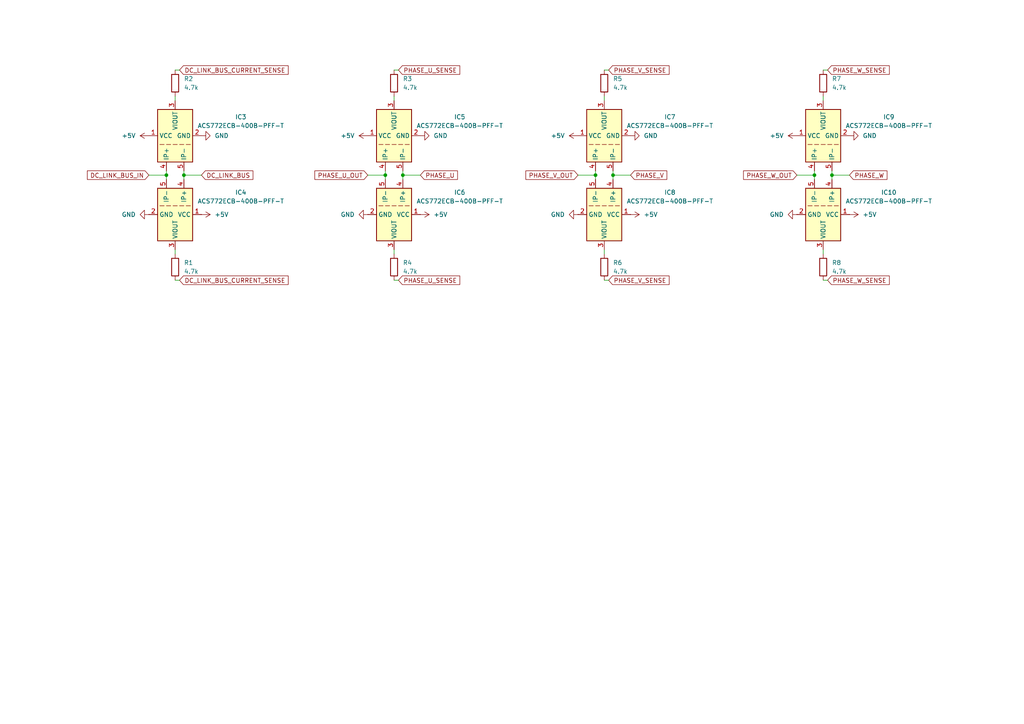
<source format=kicad_sch>
(kicad_sch (version 20250114) (generator "eeschema") (generator_version "9.0")
  (paper "A4")
  (lib_symbols
    (symbol "Device:R" (pin_numbers (hide yes)) (pin_names (offset 0))
      (property "Reference" "R" (at 2.032 0 90))
      (property "Value" "R" (at 0 0 90))
      (symbol "R_0_1"
        (rectangle (start -1.016 -2.54) (end 1.016 2.54) (stroke (width 0.254)))
      )
      (symbol "R_1_1"
        (pin passive line (at 0 3.81 270) (length 1.27) (name "~") (number "1"))
        (pin passive line (at 0 -3.81 90) (length 1.27) (name "~") (number "2"))
      )
    )
    (symbol "InverterCom:ACS772ECB-400B-PFF-T"
      (property "Reference" "IC" (at 2.286 11.938 0))
      (property "Value" "ACS772ECB-400B-PFF-T" (at 2.286 9.398 0))
      (symbol "ACS772ECB-400B-PFF-T_0_1"
        (rectangle (start -7.62 5.08) (end 7.62 -5.08) (stroke (width 0.254)) (fill (type background)))
        (polyline (pts (xy -2.54 3.175) (xy -2.54 4.445)))
        (polyline (pts (xy -2.54 1.27) (xy -2.54 2.54)))
        (polyline (pts (xy -2.54 0.635) (xy -2.54 -0.635)))
        (polyline (pts (xy -2.54 -1.27) (xy -2.54 -2.54)))
        (polyline (pts (xy -2.54 -3.175) (xy -2.54 -4.445)))
      )
      (symbol "ACS772ECB-400B-PFF-T_1_1"
        (pin passive line (at -10.16 2.54 0) (length 2.54) (name "IP+") (number "4"))
        (pin passive line (at -10.16 -2.54 0) (length 2.54) (name "IP-") (number "5"))
        (pin power_in line (at 0 7.62 270) (length 2.54) (name "VCC") (number "1"))
        (pin power_in line (at 0 -7.62 90) (length 2.54) (name "GND") (number "2"))
        (pin output line (at 10.16 0 180) (length 2.54) (name "VIOUT") (number "3"))
      )
    )
    (symbol "power:+5V" (power) (pin_numbers (hide yes)) (pin_names (offset 0) (hide yes))
      (property "Value" "+5V" (at 0 3.556 0))
      (symbol "+5V_0_1"
        (polyline (pts (xy -0.762 1.27) (xy 0 2.54)))
        (polyline (pts (xy 0 2.54) (xy 0.762 1.27)))
        (polyline (pts (xy 0 0) (xy 0 2.54)))
      )
      (symbol "+5V_1_1"
        (pin power_in line (at 0 0 90) (length 0) (name "~") (number "1"))
      )
    )
    (symbol "power:GND" (power) (pin_numbers (hide yes)) (pin_names (offset 0) (hide yes))
      (property "Value" "GND" (at 0 -3.81 0))
      (symbol "GND_0_1"
        (polyline (pts (xy 0 0) (xy 0 -1.27) (xy 1.27 -1.27) (xy 0 -2.54) (xy -1.27 -1.27) (xy 0 -1.27)))
      )
      (symbol "GND_1_1"
        (pin power_in line (at 0 0 270) (length 0) (name "~") (number "1"))
      )
    )
  )
  (junction (at 172.72 50.8))
  (junction (at 53.34 50.8))
  (junction (at 48.26 50.8))
  (junction (at 236.22 50.8))
  (junction (at 177.8 50.8))
  (junction (at 111.76 50.8))
  (junction (at 116.84 50.8))
  (junction (at 241.3 50.8))
  (wire (pts (xy 238.76 20.32) (xy 240.03 20.32)))
  (wire (pts (xy 236.22 49.53) (xy 236.22 50.8)))
  (wire (pts (xy 116.84 50.8) (xy 121.92 50.8)))
  (wire (pts (xy 50.8 81.28) (xy 52.07 81.28)))
  (wire (pts (xy 111.76 50.8) (xy 111.76 52.07)))
  (wire (pts (xy 177.8 50.8) (xy 182.88 50.8)))
  (wire (pts (xy 177.8 49.53) (xy 177.8 50.8)))
  (wire (pts (xy 43.18 50.8) (xy 48.26 50.8)))
  (wire (pts (xy 114.3 20.32) (xy 115.57 20.32)))
  (wire (pts (xy 106.68 50.8) (xy 111.76 50.8)))
  (wire (pts (xy 241.3 50.8) (xy 246.38 50.8)))
  (wire (pts (xy 172.72 49.53) (xy 172.72 50.8)))
  (wire (pts (xy 175.26 27.94) (xy 175.26 29.21)))
  (wire (pts (xy 114.3 72.39) (xy 114.3 73.66)))
  (wire (pts (xy 53.34 50.8) (xy 53.34 52.07)))
  (wire (pts (xy 241.3 50.8) (xy 241.3 52.07)))
  (wire (pts (xy 116.84 50.8) (xy 116.84 52.07)))
  (wire (pts (xy 111.76 49.53) (xy 111.76 50.8)))
  (wire (pts (xy 175.26 20.32) (xy 176.53 20.32)))
  (wire (pts (xy 177.8 50.8) (xy 177.8 52.07)))
  (wire (pts (xy 238.76 72.39) (xy 238.76 73.66)))
  (wire (pts (xy 238.76 81.28) (xy 240.03 81.28)))
  (wire (pts (xy 53.34 50.8) (xy 58.42 50.8)))
  (wire (pts (xy 172.72 50.8) (xy 172.72 52.07)))
  (wire (pts (xy 241.3 49.53) (xy 241.3 50.8)))
  (wire (pts (xy 167.64 50.8) (xy 172.72 50.8)))
  (wire (pts (xy 116.84 49.53) (xy 116.84 50.8)))
  (wire (pts (xy 50.8 27.94) (xy 50.8 29.21)))
  (wire (pts (xy 50.8 72.39) (xy 50.8 73.66)))
  (wire (pts (xy 231.14 50.8) (xy 236.22 50.8)))
  (wire (pts (xy 236.22 50.8) (xy 236.22 52.07)))
  (wire (pts (xy 114.3 27.94) (xy 114.3 29.21)))
  (wire (pts (xy 114.3 81.28) (xy 115.57 81.28)))
  (wire (pts (xy 48.26 49.53) (xy 48.26 50.8)))
  (wire (pts (xy 53.34 49.53) (xy 53.34 50.8)))
  (wire (pts (xy 238.76 27.94) (xy 238.76 29.21)))
  (wire (pts (xy 175.26 81.28) (xy 176.53 81.28)))
  (wire (pts (xy 50.8 20.32) (xy 52.07 20.32)))
  (wire (pts (xy 175.26 72.39) (xy 175.26 73.66)))
  (wire (pts (xy 48.26 50.8) (xy 48.26 52.07)))
  (global_label "PHASE_V_OUT" (shape input) (at 167.64 50.8 180) (property "Intersheetrefs" "${INTERSHEET_REFS}" (effects (hide yes))))
  (global_label "PHASE_U_SENSE" (shape input) (at 115.57 81.28 0) (property "Intersheetrefs" "${INTERSHEET_REFS}" (effects (hide yes))))
  (global_label "PHASE_V_SENSE" (shape input) (at 176.53 81.28 0) (property "Intersheetrefs" "${INTERSHEET_REFS}" (effects (hide yes))))
  (global_label "PHASE_U_OUT" (shape input) (at 106.68 50.8 180) (property "Intersheetrefs" "${INTERSHEET_REFS}" (effects (hide yes))))
  (global_label "PHASE_W_OUT" (shape input) (at 231.14 50.8 180) (property "Intersheetrefs" "${INTERSHEET_REFS}" (effects (hide yes))))
  (global_label "DC_LINK_BUS" (shape input) (at 58.42 50.8 0) (property "Intersheetrefs" "${INTERSHEET_REFS}" (effects (hide yes))))
  (global_label "DC_LINK_BUS_CURRENT_SENSE" (shape input) (at 52.07 20.32 0) (property "Intersheetrefs" "${INTERSHEET_REFS}" (effects (hide yes))))
  (global_label "DC_LINK_BUS_CURRENT_SENSE" (shape input) (at 52.07 81.28 0) (property "Intersheetrefs" "${INTERSHEET_REFS}" (effects (hide yes))))
  (global_label "PHASE_U" (shape input) (at 121.92 50.8 0) (property "Intersheetrefs" "${INTERSHEET_REFS}" (effects (hide yes))))
  (global_label "PHASE_V" (shape input) (at 182.88 50.8 0) (property "Intersheetrefs" "${INTERSHEET_REFS}" (effects (hide yes))))
  (global_label "PHASE_W" (shape input) (at 246.38 50.8 0) (property "Intersheetrefs" "${INTERSHEET_REFS}" (effects (hide yes))))
  (global_label "PHASE_U_SENSE" (shape input) (at 115.57 20.32 0) (property "Intersheetrefs" "${INTERSHEET_REFS}" (effects (hide yes))))
  (global_label "PHASE_W_SENSE" (shape input) (at 240.03 20.32 0) (property "Intersheetrefs" "${INTERSHEET_REFS}" (effects (hide yes))))
  (global_label "PHASE_V_SENSE" (shape input) (at 176.53 20.32 0) (property "Intersheetrefs" "${INTERSHEET_REFS}" (effects (hide yes))))
  (global_label "PHASE_W_SENSE" (shape input) (at 240.03 81.28 0) (property "Intersheetrefs" "${INTERSHEET_REFS}" (effects (hide yes))))
  (global_label "DC_LINK_BUS_IN" (shape input) (at 43.18 50.8 180) (property "Intersheetrefs" "${INTERSHEET_REFS}" (effects (hide yes))))
  (symbol (lib_id "power:+5V") (at 58.42 62.23 270) (unit 1)
    (property "Reference" "#PWR07" (effects (hide yes)))
    (property "Value" "+5V" (at 62.23 62.2299 90) (effects (justify left)))
    (property "Description" "Power symbol creates a global label with name \"+5V\"" (effects (hide yes)))
  )
  (symbol (lib_id "power:GND") (at 246.38 39.37 90) (unit 1)
    (property "Reference" "#PWR019" (effects (hide yes)))
    (property "Value" "GND" (at 250.19 39.3699 90) (effects (justify right)))
    (property "Description" "Power symbol creates a global label with name \"GND\" , ground" (effects (hide yes)))
  )
  (symbol (lib_id "InverterCom:ACS772ECB-400B-PFF-T") (at 238.76 62.23 270) (unit 1)
    (property "Reference" "IC10" (at 257.81 55.8098 90))
    (property "Value" "ACS772ECB-400B-PFF-T" (at 257.81 58.3498 90))
    (property "Footprint" "Sensor_Current:Allegro_CB_PFF" (effects (hide yes)))
    (property "Datasheet" "https://www.mouser.co.uk/datasheet/2/1115/ACS772_Datasheet-3074305.pdf" (effects (hide yes)))
    (property "Description" "200kHz, 1.5% Max Tolerance, 100  Internal Resistance Module-alternative Current Sensor for High Current and High Voltage Applications" (effects (hide yes)))
    (property "Height" "7.1" (effects (hide yes)))
    (property "Mouser Part Number" "250-772ECB400BPFFT" (effects (hide yes)))
    (property "Mouser Price/Stock" "https://www.mouser.co.uk/ProductDetail/Allegro-MicroSystems/ACS772ECB-400B-PFF-T?qs=pUKx8fyJudC33O6UrXBnUA%3D%3D" (effects (hide yes)))
    (property "Manufacturer_Name" "Allegro Microsystems" (effects (hide yes)))
    (property "Manufacturer_Part_Number" "ACS772ECB-400B-PFF-T" (effects (hide yes)))
  )
  (symbol (lib_id "InverterCom:ACS772ECB-400B-PFF-T") (at 50.8 39.37 90) (unit 1)
    (property "Reference" "IC3" (at 69.85 33.9246 90))
    (property "Value" "ACS772ECB-400B-PFF-T" (at 69.85 36.4646 90))
    (property "Footprint" "Sensor_Current:Allegro_CB_PFF" (effects (hide yes)))
    (property "Datasheet" "https://www.mouser.co.uk/datasheet/2/1115/ACS772_Datasheet-3074305.pdf" (effects (hide yes)))
    (property "Description" "200kHz, 1.5% Max Tolerance, 100  Internal Resistance Module-alternative Current Sensor for High Current and High Voltage Applications" (effects (hide yes)))
    (property "Height" "7.1" (effects (hide yes)))
    (property "Mouser Part Number" "250-772ECB400BPFFT" (effects (hide yes)))
    (property "Mouser Price/Stock" "https://www.mouser.co.uk/ProductDetail/Allegro-MicroSystems/ACS772ECB-400B-PFF-T?qs=pUKx8fyJudC33O6UrXBnUA%3D%3D" (effects (hide yes)))
    (property "Manufacturer_Name" "Allegro Microsystems" (effects (hide yes)))
    (property "Manufacturer_Part_Number" "ACS772ECB-400B-PFF-T" (effects (hide yes)))
  )
  (symbol (lib_id "power:+5V") (at 121.92 62.23 270) (unit 1)
    (property "Reference" "#PWR012" (effects (hide yes)))
    (property "Value" "+5V" (at 125.73 62.2299 90) (effects (justify left)))
    (property "Description" "Power symbol creates a global label with name \"+5V\"" (effects (hide yes)))
  )
  (symbol (lib_id "InverterCom:ACS772ECB-400B-PFF-T") (at 175.26 62.23 270) (unit 1)
    (property "Reference" "IC8" (at 194.31 55.8098 90))
    (property "Value" "ACS772ECB-400B-PFF-T" (at 194.31 58.3498 90))
    (property "Footprint" "Sensor_Current:Allegro_CB_PFF" (effects (hide yes)))
    (property "Datasheet" "https://www.mouser.co.uk/datasheet/2/1115/ACS772_Datasheet-3074305.pdf" (effects (hide yes)))
    (property "Description" "200kHz, 1.5% Max Tolerance, 100  Internal Resistance Module-alternative Current Sensor for High Current and High Voltage Applications" (effects (hide yes)))
    (property "Height" "7.1" (effects (hide yes)))
    (property "Mouser Part Number" "250-772ECB400BPFFT" (effects (hide yes)))
    (property "Mouser Price/Stock" "https://www.mouser.co.uk/ProductDetail/Allegro-MicroSystems/ACS772ECB-400B-PFF-T?qs=pUKx8fyJudC33O6UrXBnUA%3D%3D" (effects (hide yes)))
    (property "Manufacturer_Name" "Allegro Microsystems" (effects (hide yes)))
    (property "Manufacturer_Part_Number" "ACS772ECB-400B-PFF-T" (effects (hide yes)))
  )
  (symbol (lib_id "Device:R") (at 50.8 24.13 180) (unit 1)
    (property "Reference" "R2" (at 53.34 22.8599 0) (effects (justify right)))
    (property "Value" "4.7k" (at 53.34 25.3999 0) (effects (justify right)))
    (property "Footprint" "1210" (effects (hide yes)))
    (property "Description" "Resistor" (effects (hide yes)))
  )
  (symbol (lib_id "Device:R") (at 114.3 24.13 180) (unit 1)
    (property "Reference" "R3" (at 116.84 22.8599 0) (effects (justify right)))
    (property "Value" "4.7k" (at 116.84 25.3999 0) (effects (justify right)))
    (property "Footprint" "1210" (effects (hide yes)))
    (property "Description" "Resistor" (effects (hide yes)))
  )
  (symbol (lib_id "power:GND") (at 43.18 62.23 270) (unit 1)
    (property "Reference" "#PWR05" (effects (hide yes)))
    (property "Value" "GND" (at 39.37 62.2299 90) (effects (justify right)))
    (property "Description" "Power symbol creates a global label with name \"GND\" , ground" (effects (hide yes)))
  )
  (symbol (lib_id "power:+5V") (at 182.88 62.23 270) (unit 1)
    (property "Reference" "#PWR016" (effects (hide yes)))
    (property "Value" "+5V" (at 186.69 62.2299 90) (effects (justify left)))
    (property "Description" "Power symbol creates a global label with name \"+5V\"" (effects (hide yes)))
  )
  (symbol (lib_id "power:GND") (at 106.68 62.23 270) (unit 1)
    (property "Reference" "#PWR010" (effects (hide yes)))
    (property "Value" "GND" (at 102.87 62.2299 90) (effects (justify right)))
    (property "Description" "Power symbol creates a global label with name \"GND\" , ground" (effects (hide yes)))
  )
  (symbol (lib_id "InverterCom:ACS772ECB-400B-PFF-T") (at 238.76 39.37 90) (unit 1)
    (property "Reference" "IC9" (at 257.81 33.9246 90))
    (property "Value" "ACS772ECB-400B-PFF-T" (at 257.81 36.4646 90))
    (property "Footprint" "Sensor_Current:Allegro_CB_PFF" (effects (hide yes)))
    (property "Datasheet" "https://www.mouser.co.uk/datasheet/2/1115/ACS772_Datasheet-3074305.pdf" (effects (hide yes)))
    (property "Description" "200kHz, 1.5% Max Tolerance, 100  Internal Resistance Module-alternative Current Sensor for High Current and High Voltage Applications" (effects (hide yes)))
    (property "Height" "7.1" (effects (hide yes)))
    (property "Mouser Part Number" "250-772ECB400BPFFT" (effects (hide yes)))
    (property "Mouser Price/Stock" "https://www.mouser.co.uk/ProductDetail/Allegro-MicroSystems/ACS772ECB-400B-PFF-T?qs=pUKx8fyJudC33O6UrXBnUA%3D%3D" (effects (hide yes)))
    (property "Manufacturer_Name" "Allegro Microsystems" (effects (hide yes)))
    (property "Manufacturer_Part_Number" "ACS772ECB-400B-PFF-T" (effects (hide yes)))
  )
  (symbol (lib_id "Device:R") (at 175.26 24.13 180) (unit 1)
    (property "Reference" "R5" (at 177.8 22.8599 0) (effects (justify right)))
    (property "Value" "4.7k" (at 177.8 25.3999 0) (effects (justify right)))
    (property "Footprint" "1210" (effects (hide yes)))
    (property "Description" "Resistor" (effects (hide yes)))
  )
  (symbol (lib_id "power:GND") (at 121.92 39.37 90) (unit 1)
    (property "Reference" "#PWR011" (effects (hide yes)))
    (property "Value" "GND" (at 125.73 39.3699 90) (effects (justify right)))
    (property "Description" "Power symbol creates a global label with name \"GND\" , ground" (effects (hide yes)))
  )
  (symbol (lib_id "InverterCom:ACS772ECB-400B-PFF-T") (at 50.8 62.23 270) (unit 1)
    (property "Reference" "IC4" (at 69.85 55.8098 90))
    (property "Value" "ACS772ECB-400B-PFF-T" (at 69.85 58.3498 90))
    (property "Footprint" "Sensor_Current:Allegro_CB_PFF" (effects (hide yes)))
    (property "Datasheet" "https://www.mouser.co.uk/datasheet/2/1115/ACS772_Datasheet-3074305.pdf" (effects (hide yes)))
    (property "Description" "200kHz, 1.5% Max Tolerance, 100  Internal Resistance Module-alternative Current Sensor for High Current and High Voltage Applications" (effects (hide yes)))
    (property "Height" "7.1" (effects (hide yes)))
    (property "Mouser Part Number" "250-772ECB400BPFFT" (effects (hide yes)))
    (property "Mouser Price/Stock" "https://www.mouser.co.uk/ProductDetail/Allegro-MicroSystems/ACS772ECB-400B-PFF-T?qs=pUKx8fyJudC33O6UrXBnUA%3D%3D" (effects (hide yes)))
    (property "Manufacturer_Name" "Allegro Microsystems" (effects (hide yes)))
    (property "Manufacturer_Part_Number" "ACS772ECB-400B-PFF-T" (effects (hide yes)))
  )
  (symbol (lib_id "InverterCom:ACS772ECB-400B-PFF-T") (at 114.3 62.23 270) (unit 1)
    (property "Reference" "IC6" (at 133.35 55.8098 90))
    (property "Value" "ACS772ECB-400B-PFF-T" (at 133.35 58.3498 90))
    (property "Footprint" "Sensor_Current:Allegro_CB_PFF" (effects (hide yes)))
    (property "Datasheet" "https://www.mouser.co.uk/datasheet/2/1115/ACS772_Datasheet-3074305.pdf" (effects (hide yes)))
    (property "Description" "200kHz, 1.5% Max Tolerance, 100  Internal Resistance Module-alternative Current Sensor for High Current and High Voltage Applications" (effects (hide yes)))
    (property "Height" "7.1" (effects (hide yes)))
    (property "Mouser Part Number" "250-772ECB400BPFFT" (effects (hide yes)))
    (property "Mouser Price/Stock" "https://www.mouser.co.uk/ProductDetail/Allegro-MicroSystems/ACS772ECB-400B-PFF-T?qs=pUKx8fyJudC33O6UrXBnUA%3D%3D" (effects (hide yes)))
    (property "Manufacturer_Name" "Allegro Microsystems" (effects (hide yes)))
    (property "Manufacturer_Part_Number" "ACS772ECB-400B-PFF-T" (effects (hide yes)))
  )
  (symbol (lib_id "Device:R") (at 114.3 77.47 180) (unit 1)
    (property "Reference" "R4" (at 116.84 76.1999 0) (effects (justify right)))
    (property "Value" "4.7k" (at 116.84 78.7399 0) (effects (justify right)))
    (property "Footprint" "1210" (effects (hide yes)))
    (property "Description" "Resistor" (effects (hide yes)))
  )
  (symbol (lib_id "power:GND") (at 182.88 39.37 90) (unit 1)
    (property "Reference" "#PWR015" (effects (hide yes)))
    (property "Value" "GND" (at 186.69 39.3699 90) (effects (justify right)))
    (property "Description" "Power symbol creates a global label with name \"GND\" , ground" (effects (hide yes)))
  )
  (symbol (lib_id "power:+5V") (at 246.38 62.23 270) (unit 1)
    (property "Reference" "#PWR020" (effects (hide yes)))
    (property "Value" "+5V" (at 250.19 62.2299 90) (effects (justify left)))
    (property "Description" "Power symbol creates a global label with name \"+5V\"" (effects (hide yes)))
  )
  (symbol (lib_id "Device:R") (at 50.8 77.47 180) (unit 1)
    (property "Reference" "R1" (at 53.34 76.1999 0) (effects (justify right)))
    (property "Value" "4.7k" (at 53.34 78.7399 0) (effects (justify right)))
    (property "Footprint" "1210" (effects (hide yes)))
    (property "Description" "Resistor" (effects (hide yes)))
  )
  (symbol (lib_id "power:GND") (at 58.42 39.37 90) (unit 1)
    (property "Reference" "#PWR06" (effects (hide yes)))
    (property "Value" "GND" (at 62.23 39.3699 90) (effects (justify right)))
    (property "Description" "Power symbol creates a global label with name \"GND\" , ground" (effects (hide yes)))
  )
  (symbol (lib_id "power:+5V") (at 43.18 39.37 90) (unit 1)
    (property "Reference" "#PWR08" (effects (hide yes)))
    (property "Value" "+5V" (at 39.37 39.3699 90) (effects (justify left)))
    (property "Description" "Power symbol creates a global label with name \"+5V\"" (effects (hide yes)))
  )
  (symbol (lib_id "power:GND") (at 231.14 62.23 270) (unit 1)
    (property "Reference" "#PWR018" (effects (hide yes)))
    (property "Value" "GND" (at 227.33 62.2299 90) (effects (justify right)))
    (property "Description" "Power symbol creates a global label with name \"GND\" , ground" (effects (hide yes)))
  )
  (symbol (lib_id "Device:R") (at 238.76 24.13 180) (unit 1)
    (property "Reference" "R7" (at 241.3 22.8599 0) (effects (justify right)))
    (property "Value" "4.7k" (at 241.3 25.3999 0) (effects (justify right)))
    (property "Footprint" "1210" (effects (hide yes)))
    (property "Description" "Resistor" (effects (hide yes)))
  )
  (symbol (lib_id "power:+5V") (at 167.64 39.37 90) (unit 1)
    (property "Reference" "#PWR013" (effects (hide yes)))
    (property "Value" "+5V" (at 163.83 39.3699 90) (effects (justify left)))
    (property "Description" "Power symbol creates a global label with name \"+5V\"" (effects (hide yes)))
  )
  (symbol (lib_id "power:GND") (at 167.64 62.23 270) (unit 1)
    (property "Reference" "#PWR014" (effects (hide yes)))
    (property "Value" "GND" (at 163.83 62.2299 90) (effects (justify right)))
    (property "Description" "Power symbol creates a global label with name \"GND\" , ground" (effects (hide yes)))
  )
  (symbol (lib_id "InverterCom:ACS772ECB-400B-PFF-T") (at 114.3 39.37 90) (unit 1)
    (property "Reference" "IC5" (at 133.35 33.9246 90))
    (property "Value" "ACS772ECB-400B-PFF-T" (at 133.35 36.4646 90))
    (property "Footprint" "Sensor_Current:Allegro_CB_PFF" (effects (hide yes)))
    (property "Datasheet" "https://www.mouser.co.uk/datasheet/2/1115/ACS772_Datasheet-3074305.pdf" (effects (hide yes)))
    (property "Description" "200kHz, 1.5% Max Tolerance, 100  Internal Resistance Module-alternative Current Sensor for High Current and High Voltage Applications" (effects (hide yes)))
    (property "Height" "7.1" (effects (hide yes)))
    (property "Mouser Part Number" "250-772ECB400BPFFT" (effects (hide yes)))
    (property "Mouser Price/Stock" "https://www.mouser.co.uk/ProductDetail/Allegro-MicroSystems/ACS772ECB-400B-PFF-T?qs=pUKx8fyJudC33O6UrXBnUA%3D%3D" (effects (hide yes)))
    (property "Manufacturer_Name" "Allegro Microsystems" (effects (hide yes)))
    (property "Manufacturer_Part_Number" "ACS772ECB-400B-PFF-T" (effects (hide yes)))
  )
  (symbol (lib_id "power:+5V") (at 231.14 39.37 90) (unit 1)
    (property "Reference" "#PWR017" (effects (hide yes)))
    (property "Value" "+5V" (at 227.33 39.3699 90) (effects (justify left)))
    (property "Description" "Power symbol creates a global label with name \"+5V\"" (effects (hide yes)))
  )
  (symbol (lib_id "Device:R") (at 238.76 77.47 180) (unit 1)
    (property "Reference" "R8" (at 241.3 76.1999 0) (effects (justify right)))
    (property "Value" "4.7k" (at 241.3 78.7399 0) (effects (justify right)))
    (property "Footprint" "1210" (effects (hide yes)))
    (property "Description" "Resistor" (effects (hide yes)))
  )
  (symbol (lib_id "InverterCom:ACS772ECB-400B-PFF-T") (at 175.26 39.37 90) (unit 1)
    (property "Reference" "IC7" (at 194.31 33.9246 90))
    (property "Value" "ACS772ECB-400B-PFF-T" (at 194.31 36.4646 90))
    (property "Footprint" "Sensor_Current:Allegro_CB_PFF" (effects (hide yes)))
    (property "Datasheet" "https://www.mouser.co.uk/datasheet/2/1115/ACS772_Datasheet-3074305.pdf" (effects (hide yes)))
    (property "Description" "200kHz, 1.5% Max Tolerance, 100  Internal Resistance Module-alternative Current Sensor for High Current and High Voltage Applications" (effects (hide yes)))
    (property "Height" "7.1" (effects (hide yes)))
    (property "Mouser Part Number" "250-772ECB400BPFFT" (effects (hide yes)))
    (property "Mouser Price/Stock" "https://www.mouser.co.uk/ProductDetail/Allegro-MicroSystems/ACS772ECB-400B-PFF-T?qs=pUKx8fyJudC33O6UrXBnUA%3D%3D" (effects (hide yes)))
    (property "Manufacturer_Name" "Allegro Microsystems" (effects (hide yes)))
    (property "Manufacturer_Part_Number" "ACS772ECB-400B-PFF-T" (effects (hide yes)))
  )
  (symbol (lib_id "power:+5V") (at 106.68 39.37 90) (unit 1)
    (property "Reference" "#PWR09" (effects (hide yes)))
    (property "Value" "+5V" (at 102.87 39.3699 90) (effects (justify left)))
    (property "Description" "Power symbol creates a global label with name \"+5V\"" (effects (hide yes)))
  )
  (symbol (lib_id "Device:R") (at 175.26 77.47 180) (unit 1)
    (property "Reference" "R6" (at 177.8 76.1999 0) (effects (justify right)))
    (property "Value" "4.7k" (at 177.8 78.7399 0) (effects (justify right)))
    (property "Footprint" "1210" (effects (hide yes)))
    (property "Description" "Resistor" (effects (hide yes)))
  )
)
</source>
